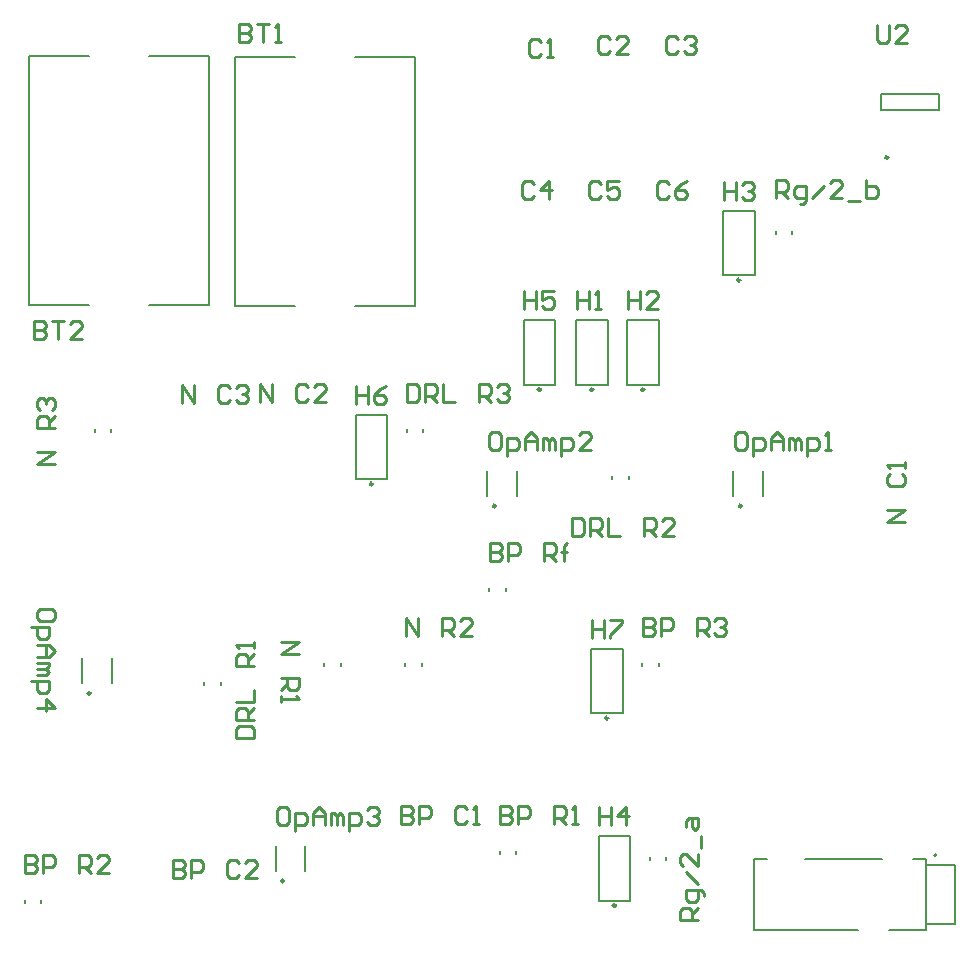
<source format=gto>
G04*
G04 #@! TF.GenerationSoftware,Altium Limited,Altium Designer,21.5.1 (32)*
G04*
G04 Layer_Color=65535*
%FSLAX25Y25*%
%MOIN*%
G70*
G04*
G04 #@! TF.SameCoordinates,DAD435CF-6C14-4571-BFE5-B678BFDF4ED4*
G04*
G04*
G04 #@! TF.FilePolarity,Positive*
G04*
G01*
G75*
%ADD10C,0.00787*%
%ADD11C,0.00984*%
%ADD12C,0.00500*%
%ADD13C,0.01000*%
D10*
X322323Y38992D02*
G03*
X322323Y38992I-394J0D01*
G01*
X226744Y37508D02*
Y38492D01*
X232256Y37508D02*
Y38492D01*
X214244Y164508D02*
Y165492D01*
X219756Y164508D02*
Y165492D01*
X41744Y180008D02*
Y180992D01*
X47256Y180008D02*
Y180992D01*
X118244Y102008D02*
Y102992D01*
X123756Y102008D02*
Y102992D01*
X83756Y95669D02*
Y96654D01*
X78244Y95669D02*
Y96654D01*
X47421Y96366D02*
Y104634D01*
X37579Y96366D02*
Y104634D01*
X303854Y287327D02*
X323146D01*
Y292673D01*
X303854D02*
X323146D01*
X303854Y287327D02*
Y292673D01*
X219244Y195752D02*
X229756D01*
Y217248D01*
X219244D02*
X229756D01*
X219244Y195752D02*
Y217248D01*
X202244Y195752D02*
X212756D01*
Y217248D01*
X202244D02*
X212756D01*
X202244Y195752D02*
Y217248D01*
X184744Y195752D02*
X195256D01*
Y217248D01*
X184744D02*
X195256D01*
X184744Y195752D02*
Y217248D01*
X268744Y246008D02*
Y246992D01*
X274256Y246008D02*
Y246992D01*
X251244Y232252D02*
X261756D01*
Y253748D01*
X251244D02*
X261756D01*
X251244Y232252D02*
Y253748D01*
X209744Y23752D02*
X220256D01*
Y45248D01*
X209744D02*
X220256D01*
X209744Y23752D02*
Y45248D01*
X176744Y39508D02*
Y40492D01*
X182256Y39508D02*
Y40492D01*
X111921Y33866D02*
Y42134D01*
X102079Y33866D02*
Y42134D01*
X18394Y22976D02*
Y23961D01*
X23905Y22976D02*
Y23961D01*
X224244Y102008D02*
Y102992D01*
X229756Y102008D02*
Y102992D01*
X207244Y86252D02*
X217756D01*
Y107748D01*
X207244D02*
X217756D01*
X207244Y86252D02*
Y107748D01*
X173244Y127169D02*
Y128154D01*
X178756Y127169D02*
Y128154D01*
X145244Y102008D02*
Y102992D01*
X150756Y102008D02*
Y102992D01*
X264421Y158866D02*
Y167134D01*
X254579Y158866D02*
Y167134D01*
X182421Y158866D02*
Y167134D01*
X172579Y158866D02*
Y167134D01*
X145744Y180008D02*
Y180992D01*
X151256Y180008D02*
Y180992D01*
X128744Y164252D02*
X139256D01*
Y185748D01*
X128744D02*
X139256D01*
X128744Y164252D02*
Y185748D01*
D11*
X40433Y92913D02*
G03*
X40433Y92913I-492J0D01*
G01*
X306295Y271582D02*
G03*
X306295Y271582I-492J0D01*
G01*
X224992Y194197D02*
G03*
X224992Y194197I-492J0D01*
G01*
X207992D02*
G03*
X207992Y194197I-492J0D01*
G01*
X190492D02*
G03*
X190492Y194197I-492J0D01*
G01*
X256992Y230697D02*
G03*
X256992Y230697I-492J0D01*
G01*
X215492Y22197D02*
G03*
X215492Y22197I-492J0D01*
G01*
X104933Y30413D02*
G03*
X104933Y30413I-492J0D01*
G01*
X212992Y84697D02*
G03*
X212992Y84697I-492J0D01*
G01*
X257433Y155413D02*
G03*
X257433Y155413I-492J0D01*
G01*
X175433D02*
G03*
X175433Y155413I-492J0D01*
G01*
X134492Y162697D02*
G03*
X134492Y162697I-492J0D01*
G01*
D12*
X148500Y222004D02*
Y304996D01*
X128500Y222004D02*
X148500D01*
X128500Y304996D02*
X148500D01*
X88500D02*
X108500D01*
X88500Y222004D02*
Y304996D01*
Y222004D02*
X108500D01*
X318780Y35843D02*
Y37811D01*
Y16157D02*
Y35843D01*
Y14189D02*
Y16157D01*
X306575Y14189D02*
X318780D01*
X261693D02*
X296339D01*
X261693D02*
Y37811D01*
X314449D02*
X318780D01*
X278622D02*
X304213D01*
X261693D02*
X266024D01*
X318780Y16157D02*
X328622D01*
Y35843D01*
X318780D02*
X328622D01*
X60000Y305496D02*
X80000D01*
Y222504D02*
Y305496D01*
X60000Y222504D02*
X80000D01*
X20000D02*
X40000D01*
X20000Y305496D02*
X40000D01*
X20000Y222504D02*
Y305496D01*
D13*
X90002Y315999D02*
Y310001D01*
X93001D01*
X94001Y311001D01*
Y312000D01*
X93001Y313000D01*
X90002D01*
X93001D01*
X94001Y314000D01*
Y314999D01*
X93001Y315999D01*
X90002D01*
X96000D02*
X99999D01*
X98000D01*
Y310001D01*
X101998D02*
X103998D01*
X102998D01*
Y315999D01*
X101998Y314999D01*
X268900Y258000D02*
Y263998D01*
X271899D01*
X272899Y262998D01*
Y260999D01*
X271899Y259999D01*
X268900D01*
X270899D02*
X272899Y258000D01*
X276897Y256001D02*
X277897D01*
X278897Y257000D01*
Y261999D01*
X275898D01*
X274898Y260999D01*
Y259000D01*
X275898Y258000D01*
X278897D01*
X280896D02*
X284895Y261999D01*
X290893Y258000D02*
X286894D01*
X290893Y261999D01*
Y262998D01*
X289893Y263998D01*
X287894D01*
X286894Y262998D01*
X292892Y257000D02*
X296891D01*
X298890Y263998D02*
Y258000D01*
X301889D01*
X302889Y259000D01*
Y259999D01*
Y260999D01*
X301889Y261999D01*
X298890D01*
X96800Y190200D02*
Y196198D01*
X100799Y190200D01*
Y196198D01*
X112795Y195198D02*
X111795Y196198D01*
X109796D01*
X108796Y195198D01*
Y191200D01*
X109796Y190200D01*
X111795D01*
X112795Y191200D01*
X118793Y190200D02*
X114794D01*
X118793Y194199D01*
Y195198D01*
X117793Y196198D01*
X115794D01*
X114794Y195198D01*
X302500Y315698D02*
Y310700D01*
X303500Y309700D01*
X305499D01*
X306499Y310700D01*
Y315698D01*
X312497Y309700D02*
X308498D01*
X312497Y313699D01*
Y314698D01*
X311497Y315698D01*
X309498D01*
X308498Y314698D01*
X242999Y17505D02*
X237001D01*
Y20504D01*
X238001Y21504D01*
X240000D01*
X241000Y20504D01*
Y17505D01*
Y19505D02*
X242999Y21504D01*
X244999Y25503D02*
Y26503D01*
X243999Y27502D01*
X239001D01*
Y24503D01*
X240000Y23504D01*
X242000D01*
X242999Y24503D01*
Y27502D01*
Y29502D02*
X239001Y33500D01*
X242999Y39498D02*
Y35500D01*
X239001Y39498D01*
X238001D01*
X237001Y38499D01*
Y36499D01*
X238001Y35500D01*
X243999Y41498D02*
Y45496D01*
X239001Y48496D02*
Y50495D01*
X240000Y51494D01*
X242999D01*
Y48496D01*
X242000Y47496D01*
X241000Y48496D01*
Y51494D01*
X28499Y117996D02*
Y119995D01*
X27499Y120994D01*
X23500D01*
X22501Y119995D01*
Y117996D01*
X23500Y116996D01*
X27499D01*
X28499Y117996D01*
X20501Y114996D02*
X26499D01*
Y111997D01*
X25500Y110998D01*
X23500D01*
X22501Y111997D01*
Y114996D01*
Y108998D02*
X26499D01*
X28499Y106999D01*
X26499Y105000D01*
X22501D01*
X25500D01*
Y108998D01*
X22501Y103000D02*
X26499D01*
Y102001D01*
X25500Y101001D01*
X22501D01*
X25500D01*
X26499Y100001D01*
X25500Y99002D01*
X22501D01*
X20501Y97002D02*
X26499D01*
Y94003D01*
X25500Y93003D01*
X23500D01*
X22501Y94003D01*
Y97002D01*
Y88005D02*
X28499D01*
X25500Y91004D01*
Y87006D01*
X105699Y55098D02*
X103700D01*
X102700Y54098D01*
Y50100D01*
X103700Y49100D01*
X105699D01*
X106699Y50100D01*
Y54098D01*
X105699Y55098D01*
X108698Y47101D02*
Y53099D01*
X111697D01*
X112697Y52099D01*
Y50100D01*
X111697Y49100D01*
X108698D01*
X114696D02*
Y53099D01*
X116695Y55098D01*
X118695Y53099D01*
Y49100D01*
Y52099D01*
X114696D01*
X120694Y49100D02*
Y53099D01*
X121694D01*
X122694Y52099D01*
Y49100D01*
Y52099D01*
X123693Y53099D01*
X124693Y52099D01*
Y49100D01*
X126692Y47101D02*
Y53099D01*
X129691D01*
X130691Y52099D01*
Y50100D01*
X129691Y49100D01*
X126692D01*
X132690Y54098D02*
X133690Y55098D01*
X135689D01*
X136689Y54098D01*
Y53099D01*
X135689Y52099D01*
X134690D01*
X135689D01*
X136689Y51099D01*
Y50100D01*
X135689Y49100D01*
X133690D01*
X132690Y50100D01*
X176199Y180098D02*
X174200D01*
X173200Y179098D01*
Y175100D01*
X174200Y174100D01*
X176199D01*
X177199Y175100D01*
Y179098D01*
X176199Y180098D01*
X179198Y172101D02*
Y178099D01*
X182197D01*
X183197Y177099D01*
Y175100D01*
X182197Y174100D01*
X179198D01*
X185196D02*
Y178099D01*
X187196Y180098D01*
X189195Y178099D01*
Y174100D01*
Y177099D01*
X185196D01*
X191194Y174100D02*
Y178099D01*
X192194D01*
X193193Y177099D01*
Y174100D01*
Y177099D01*
X194193Y178099D01*
X195193Y177099D01*
Y174100D01*
X197192Y172101D02*
Y178099D01*
X200191D01*
X201191Y177099D01*
Y175100D01*
X200191Y174100D01*
X197192D01*
X207189D02*
X203190D01*
X207189Y178099D01*
Y179098D01*
X206189Y180098D01*
X204190D01*
X203190Y179098D01*
X258199Y180098D02*
X256200D01*
X255200Y179098D01*
Y175100D01*
X256200Y174100D01*
X258199D01*
X259199Y175100D01*
Y179098D01*
X258199Y180098D01*
X261198Y172101D02*
Y178099D01*
X264197D01*
X265197Y177099D01*
Y175100D01*
X264197Y174100D01*
X261198D01*
X267196D02*
Y178099D01*
X269196Y180098D01*
X271195Y178099D01*
Y174100D01*
Y177099D01*
X267196D01*
X273194Y174100D02*
Y178099D01*
X274194D01*
X275194Y177099D01*
Y174100D01*
Y177099D01*
X276193Y178099D01*
X277193Y177099D01*
Y174100D01*
X279192Y172101D02*
Y178099D01*
X282191D01*
X283191Y177099D01*
Y175100D01*
X282191Y174100D01*
X279192D01*
X285190D02*
X287190D01*
X286190D01*
Y180098D01*
X285190Y179098D01*
X28499Y169504D02*
X22501D01*
X28499Y173502D01*
X22501D01*
X28499Y181500D02*
X22501D01*
Y184499D01*
X23501Y185498D01*
X25500D01*
X26500Y184499D01*
Y181500D01*
Y183499D02*
X28499Y185498D01*
X23501Y187498D02*
X22501Y188497D01*
Y190497D01*
X23501Y191497D01*
X24500D01*
X25500Y190497D01*
Y189497D01*
Y190497D01*
X26500Y191497D01*
X27499D01*
X28499Y190497D01*
Y188497D01*
X27499Y187498D01*
X145400Y112000D02*
Y117998D01*
X149399Y112000D01*
Y117998D01*
X157396Y112000D02*
Y117998D01*
X160395D01*
X161395Y116998D01*
Y114999D01*
X160395Y113999D01*
X157396D01*
X159396D02*
X161395Y112000D01*
X167393D02*
X163394D01*
X167393Y115999D01*
Y116998D01*
X166393Y117998D01*
X164394D01*
X163394Y116998D01*
X104001Y109997D02*
X109999D01*
X104001Y105998D01*
X109999D01*
X104001Y98001D02*
X109999D01*
Y95002D01*
X108999Y94002D01*
X107000D01*
X106000Y95002D01*
Y98001D01*
Y96001D02*
X104001Y94002D01*
Y92003D02*
Y90003D01*
Y91003D01*
X109999D01*
X108999Y92003D01*
X311999Y150003D02*
X306001D01*
X311999Y154002D01*
X306001D01*
X307001Y165998D02*
X306001Y164998D01*
Y162999D01*
X307001Y161999D01*
X310999D01*
X311999Y162999D01*
Y164998D01*
X310999Y165998D01*
X311999Y167997D02*
Y169997D01*
Y168997D01*
X306001D01*
X307001Y167997D01*
X70800Y189800D02*
Y195798D01*
X74799Y189800D01*
Y195798D01*
X86795Y194798D02*
X85795Y195798D01*
X83796D01*
X82796Y194798D01*
Y190800D01*
X83796Y189800D01*
X85795D01*
X86795Y190800D01*
X88794Y194798D02*
X89794Y195798D01*
X91793D01*
X92793Y194798D01*
Y193799D01*
X91793Y192799D01*
X90794D01*
X91793D01*
X92793Y191799D01*
Y190800D01*
X91793Y189800D01*
X89794D01*
X88794Y190800D01*
X207500Y117498D02*
Y111500D01*
Y114499D01*
X211499D01*
Y117498D01*
Y111500D01*
X213498Y117498D02*
X217497D01*
Y116498D01*
X213498Y112500D01*
Y111500D01*
X129000Y195498D02*
Y189500D01*
Y192499D01*
X132999D01*
Y195498D01*
Y189500D01*
X138997Y195498D02*
X136997Y194498D01*
X134998Y192499D01*
Y190500D01*
X135998Y189500D01*
X137997D01*
X138997Y190500D01*
Y191499D01*
X137997Y192499D01*
X134998D01*
X185000Y226998D02*
Y221000D01*
Y223999D01*
X188999D01*
Y226998D01*
Y221000D01*
X194997Y226998D02*
X190998D01*
Y223999D01*
X192997Y224999D01*
X193997D01*
X194997Y223999D01*
Y222000D01*
X193997Y221000D01*
X191998D01*
X190998Y222000D01*
X210000Y54998D02*
Y49000D01*
Y51999D01*
X213999D01*
Y54998D01*
Y49000D01*
X218997D02*
Y54998D01*
X215998Y51999D01*
X219997D01*
X251500Y263498D02*
Y257500D01*
Y260499D01*
X255499D01*
Y263498D01*
Y257500D01*
X257498Y262498D02*
X258498Y263498D01*
X260497D01*
X261497Y262498D01*
Y261499D01*
X260497Y260499D01*
X259497D01*
X260497D01*
X261497Y259499D01*
Y258500D01*
X260497Y257500D01*
X258498D01*
X257498Y258500D01*
X219500Y226998D02*
Y221000D01*
Y223999D01*
X223499D01*
Y226998D01*
Y221000D01*
X229497D02*
X225498D01*
X229497Y224999D01*
Y225998D01*
X228497Y226998D01*
X226498D01*
X225498Y225998D01*
X202500Y226998D02*
Y221000D01*
Y223999D01*
X206499D01*
Y226998D01*
Y221000D01*
X208498D02*
X210497D01*
X209498D01*
Y226998D01*
X208498Y225998D01*
X145900Y195998D02*
Y190000D01*
X148899D01*
X149899Y191000D01*
Y194998D01*
X148899Y195998D01*
X145900D01*
X151898Y190000D02*
Y195998D01*
X154897D01*
X155897Y194998D01*
Y192999D01*
X154897Y191999D01*
X151898D01*
X153897D02*
X155897Y190000D01*
X157896Y195998D02*
Y190000D01*
X161895D01*
X169892D02*
Y195998D01*
X172891D01*
X173891Y194998D01*
Y192999D01*
X172891Y191999D01*
X169892D01*
X171892D02*
X173891Y190000D01*
X175890Y194998D02*
X176890Y195998D01*
X178889D01*
X179889Y194998D01*
Y193999D01*
X178889Y192999D01*
X177890D01*
X178889D01*
X179889Y191999D01*
Y191000D01*
X178889Y190000D01*
X176890D01*
X175890Y191000D01*
X201006Y151499D02*
Y145501D01*
X204005D01*
X205004Y146501D01*
Y150499D01*
X204005Y151499D01*
X201006D01*
X207004Y145501D02*
Y151499D01*
X210003D01*
X211002Y150499D01*
Y148500D01*
X210003Y147500D01*
X207004D01*
X209003D02*
X211002Y145501D01*
X213002Y151499D02*
Y145501D01*
X217000D01*
X224998D02*
Y151499D01*
X227997D01*
X228996Y150499D01*
Y148500D01*
X227997Y147500D01*
X224998D01*
X226997D02*
X228996Y145501D01*
X234995D02*
X230996D01*
X234995Y149500D01*
Y150499D01*
X233995Y151499D01*
X231996D01*
X230996Y150499D01*
X89001Y78167D02*
X94999D01*
Y81166D01*
X93999Y82165D01*
X90001D01*
X89001Y81166D01*
Y78167D01*
X94999Y84165D02*
X89001D01*
Y87164D01*
X90001Y88163D01*
X92000D01*
X93000Y87164D01*
Y84165D01*
Y86164D02*
X94999Y88163D01*
X89001Y90163D02*
X94999D01*
Y94161D01*
Y102159D02*
X89001D01*
Y105158D01*
X90001Y106158D01*
X92000D01*
X93000Y105158D01*
Y102159D01*
Y104158D02*
X94999Y106158D01*
Y108157D02*
Y110156D01*
Y109157D01*
X89001D01*
X90001Y108157D01*
X233199Y262698D02*
X232199Y263698D01*
X230200D01*
X229200Y262698D01*
Y258700D01*
X230200Y257700D01*
X232199D01*
X233199Y258700D01*
X239197Y263698D02*
X237197Y262698D01*
X235198Y260699D01*
Y258700D01*
X236198Y257700D01*
X238197D01*
X239197Y258700D01*
Y259699D01*
X238197Y260699D01*
X235198D01*
X210699Y262698D02*
X209699Y263698D01*
X207700D01*
X206700Y262698D01*
Y258700D01*
X207700Y257700D01*
X209699D01*
X210699Y258700D01*
X216697Y263698D02*
X212698D01*
Y260699D01*
X214697Y261699D01*
X215697D01*
X216697Y260699D01*
Y258700D01*
X215697Y257700D01*
X213698D01*
X212698Y258700D01*
X188199Y262698D02*
X187199Y263698D01*
X185200D01*
X184200Y262698D01*
Y258700D01*
X185200Y257700D01*
X187199D01*
X188199Y258700D01*
X193197Y257700D02*
Y263698D01*
X190198Y260699D01*
X194197D01*
X236199Y311198D02*
X235199Y312198D01*
X233200D01*
X232200Y311198D01*
Y307200D01*
X233200Y306200D01*
X235199D01*
X236199Y307200D01*
X238198Y311198D02*
X239198Y312198D01*
X241197D01*
X242197Y311198D01*
Y310199D01*
X241197Y309199D01*
X240197D01*
X241197D01*
X242197Y308199D01*
Y307200D01*
X241197Y306200D01*
X239198D01*
X238198Y307200D01*
X213699Y311198D02*
X212699Y312198D01*
X210700D01*
X209700Y311198D01*
Y307200D01*
X210700Y306200D01*
X212699D01*
X213699Y307200D01*
X219697Y306200D02*
X215698D01*
X219697Y310199D01*
Y311198D01*
X218697Y312198D01*
X216698D01*
X215698Y311198D01*
X190699Y310198D02*
X189699Y311198D01*
X187700D01*
X186700Y310198D01*
Y306200D01*
X187700Y305200D01*
X189699D01*
X190699Y306200D01*
X192698Y305200D02*
X194697D01*
X193698D01*
Y311198D01*
X192698Y310198D01*
X21503Y216999D02*
Y211001D01*
X24502D01*
X25501Y212001D01*
Y213000D01*
X24502Y214000D01*
X21503D01*
X24502D01*
X25501Y215000D01*
Y215999D01*
X24502Y216999D01*
X21503D01*
X27501D02*
X31499D01*
X29500D01*
Y211001D01*
X37497D02*
X33499D01*
X37497Y215000D01*
Y215999D01*
X36498Y216999D01*
X34498D01*
X33499Y215999D01*
X173400Y143198D02*
Y137200D01*
X176399D01*
X177399Y138200D01*
Y139199D01*
X176399Y140199D01*
X173400D01*
X176399D01*
X177399Y141199D01*
Y142198D01*
X176399Y143198D01*
X173400D01*
X179398Y137200D02*
Y143198D01*
X182397D01*
X183397Y142198D01*
Y140199D01*
X182397Y139199D01*
X179398D01*
X191394Y137200D02*
Y143198D01*
X194393D01*
X195393Y142198D01*
Y140199D01*
X194393Y139199D01*
X191394D01*
X193394D02*
X195393Y137200D01*
X198392D02*
Y142198D01*
Y140199D01*
X197392D01*
X199392D01*
X198392D01*
Y142198D01*
X199392Y143198D01*
X224400Y117998D02*
Y112000D01*
X227399D01*
X228399Y113000D01*
Y113999D01*
X227399Y114999D01*
X224400D01*
X227399D01*
X228399Y115999D01*
Y116998D01*
X227399Y117998D01*
X224400D01*
X230398Y112000D02*
Y117998D01*
X233397D01*
X234397Y116998D01*
Y114999D01*
X233397Y113999D01*
X230398D01*
X242394Y112000D02*
Y117998D01*
X245393D01*
X246393Y116998D01*
Y114999D01*
X245393Y113999D01*
X242394D01*
X244393D02*
X246393Y112000D01*
X248392Y116998D02*
X249392Y117998D01*
X251391D01*
X252391Y116998D01*
Y115999D01*
X251391Y114999D01*
X250392D01*
X251391D01*
X252391Y113999D01*
Y113000D01*
X251391Y112000D01*
X249392D01*
X248392Y113000D01*
X18500Y38998D02*
Y33000D01*
X21499D01*
X22499Y34000D01*
Y34999D01*
X21499Y35999D01*
X18500D01*
X21499D01*
X22499Y36999D01*
Y37998D01*
X21499Y38998D01*
X18500D01*
X24498Y33000D02*
Y38998D01*
X27497D01*
X28497Y37998D01*
Y35999D01*
X27497Y34999D01*
X24498D01*
X36494Y33000D02*
Y38998D01*
X39493D01*
X40493Y37998D01*
Y35999D01*
X39493Y34999D01*
X36494D01*
X38493D02*
X40493Y33000D01*
X46491D02*
X42492D01*
X46491Y36999D01*
Y37998D01*
X45491Y38998D01*
X43492D01*
X42492Y37998D01*
X176900Y55498D02*
Y49500D01*
X179899D01*
X180899Y50500D01*
Y51499D01*
X179899Y52499D01*
X176900D01*
X179899D01*
X180899Y53499D01*
Y54498D01*
X179899Y55498D01*
X176900D01*
X182898Y49500D02*
Y55498D01*
X185897D01*
X186897Y54498D01*
Y52499D01*
X185897Y51499D01*
X182898D01*
X194894Y49500D02*
Y55498D01*
X197893D01*
X198893Y54498D01*
Y52499D01*
X197893Y51499D01*
X194894D01*
X196894D02*
X198893Y49500D01*
X200892D02*
X202892D01*
X201892D01*
Y55498D01*
X200892Y54498D01*
X68000Y37398D02*
Y31400D01*
X70999D01*
X71999Y32400D01*
Y33399D01*
X70999Y34399D01*
X68000D01*
X70999D01*
X71999Y35399D01*
Y36398D01*
X70999Y37398D01*
X68000D01*
X73998Y31400D02*
Y37398D01*
X76997D01*
X77997Y36398D01*
Y34399D01*
X76997Y33399D01*
X73998D01*
X89993Y36398D02*
X88993Y37398D01*
X86994D01*
X85994Y36398D01*
Y32400D01*
X86994Y31400D01*
X88993D01*
X89993Y32400D01*
X95991Y31400D02*
X91992D01*
X95991Y35399D01*
Y36398D01*
X94991Y37398D01*
X92992D01*
X91992Y36398D01*
X143800Y55298D02*
Y49300D01*
X146799D01*
X147799Y50300D01*
Y51299D01*
X146799Y52299D01*
X143800D01*
X146799D01*
X147799Y53299D01*
Y54298D01*
X146799Y55298D01*
X143800D01*
X149798Y49300D02*
Y55298D01*
X152797D01*
X153797Y54298D01*
Y52299D01*
X152797Y51299D01*
X149798D01*
X165793Y54298D02*
X164793Y55298D01*
X162794D01*
X161794Y54298D01*
Y50300D01*
X162794Y49300D01*
X164793D01*
X165793Y50300D01*
X167792Y49300D02*
X169792D01*
X168792D01*
Y55298D01*
X167792Y54298D01*
M02*

</source>
